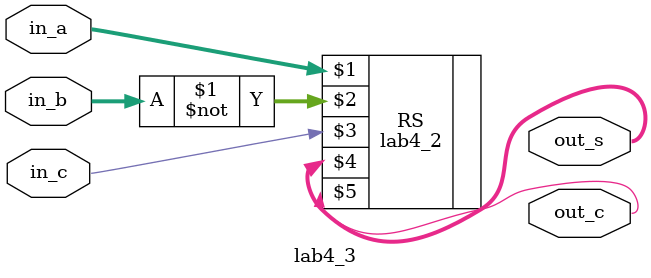
<source format=v>
/* CSED273 lab4 experiment 3 */
/* lab4_3.v */

/* Implement 5-Bit Ripple Subtractor
 * You must use lab4_2 module in lab4_2.v
 * You may use keword "assign" and bitwise opeartor
 * or just implement with gate-level modeling*/
module lab4_3(
    input [4:0] in_a,
    input [4:0] in_b,
    input in_c,
    output [4:0] out_s,
    output out_c
    );

    ////////////////////////
    lab4_2 RS(in_a,~in_b,in_c,out_s,out_c);
    ////////////////////////

endmodule
</source>
